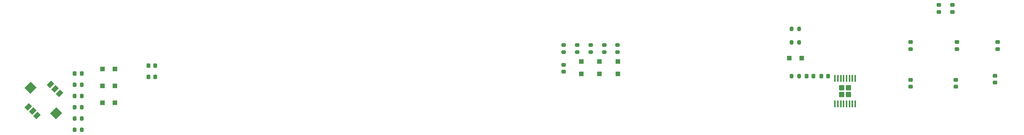
<source format=gtp>
G04 #@! TF.GenerationSoftware,KiCad,Pcbnew,7.0.9*
G04 #@! TF.CreationDate,2024-12-23T13:01:38-05:00*
G04 #@! TF.ProjectId,pods_panel,706f6473-5f70-4616-9e65-6c2e6b696361,rev?*
G04 #@! TF.SameCoordinates,Original*
G04 #@! TF.FileFunction,Paste,Top*
G04 #@! TF.FilePolarity,Positive*
%FSLAX46Y46*%
G04 Gerber Fmt 4.6, Leading zero omitted, Abs format (unit mm)*
G04 Created by KiCad (PCBNEW 7.0.9) date 2024-12-23 13:01:38*
%MOMM*%
%LPD*%
G01*
G04 APERTURE LIST*
G04 Aperture macros list*
%AMRoundRect*
0 Rectangle with rounded corners*
0 $1 Rounding radius*
0 $2 $3 $4 $5 $6 $7 $8 $9 X,Y pos of 4 corners*
0 Add a 4 corners polygon primitive as box body*
4,1,4,$2,$3,$4,$5,$6,$7,$8,$9,$2,$3,0*
0 Add four circle primitives for the rounded corners*
1,1,$1+$1,$2,$3*
1,1,$1+$1,$4,$5*
1,1,$1+$1,$6,$7*
1,1,$1+$1,$8,$9*
0 Add four rect primitives between the rounded corners*
20,1,$1+$1,$2,$3,$4,$5,0*
20,1,$1+$1,$4,$5,$6,$7,0*
20,1,$1+$1,$6,$7,$8,$9,0*
20,1,$1+$1,$8,$9,$2,$3,0*%
%AMRotRect*
0 Rectangle, with rotation*
0 The origin of the aperture is its center*
0 $1 length*
0 $2 width*
0 $3 Rotation angle, in degrees counterclockwise*
0 Add horizontal line*
21,1,$1,$2,0,0,$3*%
G04 Aperture macros list end*
%ADD10RoundRect,0.218750X-0.256250X0.218750X-0.256250X-0.218750X0.256250X-0.218750X0.256250X0.218750X0*%
%ADD11R,1.100000X1.100000*%
%ADD12RoundRect,0.200000X-0.200000X-0.275000X0.200000X-0.275000X0.200000X0.275000X-0.200000X0.275000X0*%
%ADD13RoundRect,0.200000X0.200000X0.275000X-0.200000X0.275000X-0.200000X-0.275000X0.200000X-0.275000X0*%
%ADD14RoundRect,0.225000X0.225000X0.250000X-0.225000X0.250000X-0.225000X-0.250000X0.225000X-0.250000X0*%
%ADD15RoundRect,0.218750X0.218750X0.256250X-0.218750X0.256250X-0.218750X-0.256250X0.218750X-0.256250X0*%
%ADD16RoundRect,0.250000X0.355000X-0.355000X0.355000X0.355000X-0.355000X0.355000X-0.355000X-0.355000X0*%
%ADD17RoundRect,0.100000X0.100000X-0.675000X0.100000X0.675000X-0.100000X0.675000X-0.100000X-0.675000X0*%
%ADD18RoundRect,0.200000X-0.275000X0.200000X-0.275000X-0.200000X0.275000X-0.200000X0.275000X0.200000X0*%
%ADD19RoundRect,0.200000X0.275000X-0.200000X0.275000X0.200000X-0.275000X0.200000X-0.275000X-0.200000X0*%
%ADD20RoundRect,0.225000X-0.225000X-0.250000X0.225000X-0.250000X0.225000X0.250000X-0.225000X0.250000X0*%
%ADD21RoundRect,0.225000X-0.250000X0.225000X-0.250000X-0.225000X0.250000X-0.225000X0.250000X0.225000X0*%
%ADD22RotRect,2.000000X1.800000X225.000000*%
%ADD23RotRect,1.350000X1.000000X225.000000*%
G04 APERTURE END LIST*
D10*
G04 #@! TO.C,D7*
X248160944Y-54136910D03*
X248160944Y-55711910D03*
G04 #@! TD*
D11*
G04 #@! TO.C,TVS4*
X163966566Y-50003033D03*
X163966566Y-52803033D03*
G04 #@! TD*
D12*
G04 #@! TO.C,R12*
X211267944Y-53273410D03*
X212917944Y-53273410D03*
G04 #@! TD*
D13*
G04 #@! TO.C,R4*
X51772056Y-60314033D03*
X50122056Y-60314033D03*
G04 #@! TD*
G04 #@! TO.C,R5*
X51772056Y-62854033D03*
X50122056Y-62854033D03*
G04 #@! TD*
D14*
G04 #@! TO.C,C3*
X68232056Y-53456033D03*
X66682056Y-53456033D03*
G04 #@! TD*
D10*
G04 #@! TO.C,D6*
X238000944Y-54136910D03*
X238000944Y-55711910D03*
G04 #@! TD*
G04 #@! TO.C,D3*
X238000944Y-45627910D03*
X238000944Y-47202910D03*
G04 #@! TD*
D15*
G04 #@! TO.C,R1*
X51734556Y-52694033D03*
X50159556Y-52694033D03*
G04 #@! TD*
D10*
G04 #@! TO.C,D8*
X256923944Y-53197110D03*
X256923944Y-54772110D03*
G04 #@! TD*
G04 #@! TO.C,D4*
X248414944Y-45627910D03*
X248414944Y-47202910D03*
G04 #@! TD*
D16*
G04 #@! TO.C,U1*
X222518944Y-57452410D03*
X224018944Y-57452410D03*
X222518944Y-55952410D03*
X224018944Y-55952410D03*
D17*
X220993944Y-59577410D03*
X221643944Y-59577410D03*
X222293944Y-59577410D03*
X222943944Y-59577410D03*
X223593944Y-59577410D03*
X224243944Y-59577410D03*
X224893944Y-59577410D03*
X225543944Y-59577410D03*
X225543944Y-53827410D03*
X224893944Y-53827410D03*
X224243944Y-53827410D03*
X223593944Y-53827410D03*
X222943944Y-53827410D03*
X222293944Y-53827410D03*
X221643944Y-53827410D03*
X220993944Y-53827410D03*
G04 #@! TD*
D12*
G04 #@! TO.C,R14*
X211267944Y-45653410D03*
X212917944Y-45653410D03*
G04 #@! TD*
D18*
G04 #@! TO.C,R10*
X169173566Y-46260033D03*
X169173566Y-47910033D03*
G04 #@! TD*
D10*
G04 #@! TO.C,D2*
X247398944Y-37245910D03*
X247398944Y-38820910D03*
G04 #@! TD*
D12*
G04 #@! TO.C,R13*
X211267944Y-42605410D03*
X212917944Y-42605410D03*
G04 #@! TD*
D11*
G04 #@! TO.C,TVS5*
X168094066Y-50003033D03*
X168094066Y-52803033D03*
G04 #@! TD*
D19*
G04 #@! TO.C,R8*
X163077566Y-47910033D03*
X163077566Y-46260033D03*
G04 #@! TD*
D11*
G04 #@! TO.C,TVS7*
X213492944Y-49209410D03*
X210692944Y-49209410D03*
G04 #@! TD*
D20*
G04 #@! TO.C,C2*
X66682056Y-50916033D03*
X68232056Y-50916033D03*
G04 #@! TD*
D21*
G04 #@! TO.C,C4*
X160029566Y-50755033D03*
X160029566Y-52305033D03*
G04 #@! TD*
D10*
G04 #@! TO.C,D1*
X244350944Y-37245910D03*
X244350944Y-38820910D03*
G04 #@! TD*
D11*
G04 #@! TO.C,TVS2*
X56405056Y-59298033D03*
X59205056Y-59298033D03*
G04 #@! TD*
G04 #@! TO.C,TVS1*
X56405056Y-55488033D03*
X59205056Y-55488033D03*
G04 #@! TD*
D12*
G04 #@! TO.C,R2*
X50122056Y-55234033D03*
X51772056Y-55234033D03*
G04 #@! TD*
D11*
G04 #@! TO.C,TVS6*
X172221566Y-50003033D03*
X172221566Y-52803033D03*
G04 #@! TD*
D12*
G04 #@! TO.C,R3*
X50122056Y-57774033D03*
X51772056Y-57774033D03*
G04 #@! TD*
D19*
G04 #@! TO.C,R9*
X166125566Y-47910033D03*
X166125566Y-46260033D03*
G04 #@! TD*
D18*
G04 #@! TO.C,R7*
X160029566Y-46260033D03*
X160029566Y-47910033D03*
G04 #@! TD*
D11*
G04 #@! TO.C,TVS3*
X56405056Y-51678033D03*
X59205056Y-51678033D03*
G04 #@! TD*
D19*
G04 #@! TO.C,R11*
X172094566Y-47910033D03*
X172094566Y-46260033D03*
G04 #@! TD*
D22*
G04 #@! TO.C,SW1*
X45972194Y-61689171D03*
X40244629Y-55961606D03*
D23*
X46750011Y-57163687D03*
X45742384Y-56156060D03*
X44734757Y-55148433D03*
X41694198Y-62219501D03*
X40686571Y-61211874D03*
X39678943Y-60204247D03*
G04 #@! TD*
D15*
G04 #@! TO.C,C1*
X219484444Y-53273410D03*
X217909444Y-53273410D03*
G04 #@! TD*
G04 #@! TO.C,R15*
X216182444Y-53273410D03*
X214607444Y-53273410D03*
G04 #@! TD*
D10*
G04 #@! TO.C,D5*
X257558944Y-45627910D03*
X257558944Y-47202910D03*
G04 #@! TD*
D12*
G04 #@! TO.C,R6*
X50122056Y-65394033D03*
X51772056Y-65394033D03*
G04 #@! TD*
M02*

</source>
